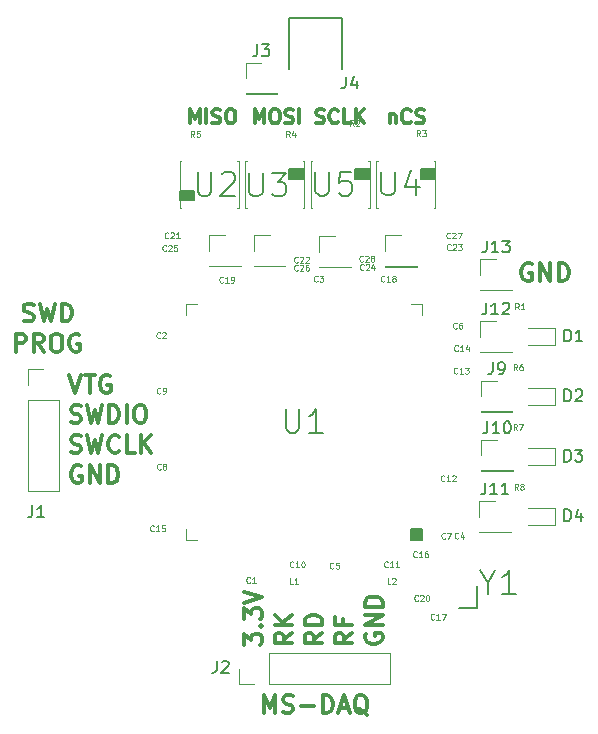
<source format=gbr>
G04 #@! TF.GenerationSoftware,KiCad,Pcbnew,(5.0.1)-3*
G04 #@! TF.CreationDate,2019-01-05T18:42:13-08:00*
G04 #@! TF.ProjectId,EScope-MSDAQ-2-INTANDAQ,4553636F70652D4D534441512D322D49,rev?*
G04 #@! TF.SameCoordinates,Original*
G04 #@! TF.FileFunction,Legend,Top*
G04 #@! TF.FilePolarity,Positive*
%FSLAX46Y46*%
G04 Gerber Fmt 4.6, Leading zero omitted, Abs format (unit mm)*
G04 Created by KiCad (PCBNEW (5.0.1)-3) date 1/5/2019 6:42:13 PM*
%MOMM*%
%LPD*%
G01*
G04 APERTURE LIST*
%ADD10C,0.300000*%
%ADD11C,0.120000*%
%ADD12C,0.150000*%
%ADD13C,0.100000*%
%ADD14C,0.050000*%
%ADD15C,0.200000*%
G04 APERTURE END LIST*
D10*
X162585542Y-89902600D02*
X162442685Y-89831171D01*
X162228400Y-89831171D01*
X162014114Y-89902600D01*
X161871257Y-90045457D01*
X161799828Y-90188314D01*
X161728400Y-90474028D01*
X161728400Y-90688314D01*
X161799828Y-90974028D01*
X161871257Y-91116885D01*
X162014114Y-91259742D01*
X162228400Y-91331171D01*
X162371257Y-91331171D01*
X162585542Y-91259742D01*
X162656971Y-91188314D01*
X162656971Y-90688314D01*
X162371257Y-90688314D01*
X163299828Y-91331171D02*
X163299828Y-89831171D01*
X164156971Y-91331171D01*
X164156971Y-89831171D01*
X164871257Y-91331171D02*
X164871257Y-89831171D01*
X165228400Y-89831171D01*
X165442685Y-89902600D01*
X165585542Y-90045457D01*
X165656971Y-90188314D01*
X165728400Y-90474028D01*
X165728400Y-90688314D01*
X165656971Y-90974028D01*
X165585542Y-91116885D01*
X165442685Y-91259742D01*
X165228400Y-91331171D01*
X164871257Y-91331171D01*
X150565028Y-77187457D02*
X150565028Y-77987457D01*
X150565028Y-77301742D02*
X150622171Y-77244600D01*
X150736457Y-77187457D01*
X150907885Y-77187457D01*
X151022171Y-77244600D01*
X151079314Y-77358885D01*
X151079314Y-77987457D01*
X152336457Y-77873171D02*
X152279314Y-77930314D01*
X152107885Y-77987457D01*
X151993600Y-77987457D01*
X151822171Y-77930314D01*
X151707885Y-77816028D01*
X151650742Y-77701742D01*
X151593600Y-77473171D01*
X151593600Y-77301742D01*
X151650742Y-77073171D01*
X151707885Y-76958885D01*
X151822171Y-76844600D01*
X151993600Y-76787457D01*
X152107885Y-76787457D01*
X152279314Y-76844600D01*
X152336457Y-76901742D01*
X152793600Y-77930314D02*
X152965028Y-77987457D01*
X153250742Y-77987457D01*
X153365028Y-77930314D01*
X153422171Y-77873171D01*
X153479314Y-77758885D01*
X153479314Y-77644600D01*
X153422171Y-77530314D01*
X153365028Y-77473171D01*
X153250742Y-77416028D01*
X153022171Y-77358885D01*
X152907885Y-77301742D01*
X152850742Y-77244600D01*
X152793600Y-77130314D01*
X152793600Y-77016028D01*
X152850742Y-76901742D01*
X152907885Y-76844600D01*
X153022171Y-76787457D01*
X153307885Y-76787457D01*
X153479314Y-76844600D01*
X144326228Y-77930314D02*
X144497657Y-77987457D01*
X144783371Y-77987457D01*
X144897657Y-77930314D01*
X144954800Y-77873171D01*
X145011942Y-77758885D01*
X145011942Y-77644600D01*
X144954800Y-77530314D01*
X144897657Y-77473171D01*
X144783371Y-77416028D01*
X144554800Y-77358885D01*
X144440514Y-77301742D01*
X144383371Y-77244600D01*
X144326228Y-77130314D01*
X144326228Y-77016028D01*
X144383371Y-76901742D01*
X144440514Y-76844600D01*
X144554800Y-76787457D01*
X144840514Y-76787457D01*
X145011942Y-76844600D01*
X146211942Y-77873171D02*
X146154800Y-77930314D01*
X145983371Y-77987457D01*
X145869085Y-77987457D01*
X145697657Y-77930314D01*
X145583371Y-77816028D01*
X145526228Y-77701742D01*
X145469085Y-77473171D01*
X145469085Y-77301742D01*
X145526228Y-77073171D01*
X145583371Y-76958885D01*
X145697657Y-76844600D01*
X145869085Y-76787457D01*
X145983371Y-76787457D01*
X146154800Y-76844600D01*
X146211942Y-76901742D01*
X147297657Y-77987457D02*
X146726228Y-77987457D01*
X146726228Y-76787457D01*
X147697657Y-77987457D02*
X147697657Y-76787457D01*
X148383371Y-77987457D02*
X147869085Y-77301742D01*
X148383371Y-76787457D02*
X147697657Y-77473171D01*
X139135085Y-77987457D02*
X139135085Y-76787457D01*
X139535085Y-77644600D01*
X139935085Y-76787457D01*
X139935085Y-77987457D01*
X140735085Y-76787457D02*
X140963657Y-76787457D01*
X141077942Y-76844600D01*
X141192228Y-76958885D01*
X141249371Y-77187457D01*
X141249371Y-77587457D01*
X141192228Y-77816028D01*
X141077942Y-77930314D01*
X140963657Y-77987457D01*
X140735085Y-77987457D01*
X140620800Y-77930314D01*
X140506514Y-77816028D01*
X140449371Y-77587457D01*
X140449371Y-77187457D01*
X140506514Y-76958885D01*
X140620800Y-76844600D01*
X140735085Y-76787457D01*
X141706514Y-77930314D02*
X141877942Y-77987457D01*
X142163657Y-77987457D01*
X142277942Y-77930314D01*
X142335085Y-77873171D01*
X142392228Y-77758885D01*
X142392228Y-77644600D01*
X142335085Y-77530314D01*
X142277942Y-77473171D01*
X142163657Y-77416028D01*
X141935085Y-77358885D01*
X141820800Y-77301742D01*
X141763657Y-77244600D01*
X141706514Y-77130314D01*
X141706514Y-77016028D01*
X141763657Y-76901742D01*
X141820800Y-76844600D01*
X141935085Y-76787457D01*
X142220800Y-76787457D01*
X142392228Y-76844600D01*
X142906514Y-77987457D02*
X142906514Y-76787457D01*
X133674085Y-77987457D02*
X133674085Y-76787457D01*
X134074085Y-77644600D01*
X134474085Y-76787457D01*
X134474085Y-77987457D01*
X135045514Y-77987457D02*
X135045514Y-76787457D01*
X135559800Y-77930314D02*
X135731228Y-77987457D01*
X136016942Y-77987457D01*
X136131228Y-77930314D01*
X136188371Y-77873171D01*
X136245514Y-77758885D01*
X136245514Y-77644600D01*
X136188371Y-77530314D01*
X136131228Y-77473171D01*
X136016942Y-77416028D01*
X135788371Y-77358885D01*
X135674085Y-77301742D01*
X135616942Y-77244600D01*
X135559800Y-77130314D01*
X135559800Y-77016028D01*
X135616942Y-76901742D01*
X135674085Y-76844600D01*
X135788371Y-76787457D01*
X136074085Y-76787457D01*
X136245514Y-76844600D01*
X136988371Y-76787457D02*
X137216942Y-76787457D01*
X137331228Y-76844600D01*
X137445514Y-76958885D01*
X137502657Y-77187457D01*
X137502657Y-77587457D01*
X137445514Y-77816028D01*
X137331228Y-77930314D01*
X137216942Y-77987457D01*
X136988371Y-77987457D01*
X136874085Y-77930314D01*
X136759800Y-77816028D01*
X136702657Y-77587457D01*
X136702657Y-77187457D01*
X136759800Y-76958885D01*
X136874085Y-76844600D01*
X136988371Y-76787457D01*
X138274371Y-122120314D02*
X138274371Y-121191742D01*
X138845800Y-121691742D01*
X138845800Y-121477457D01*
X138917228Y-121334600D01*
X138988657Y-121263171D01*
X139131514Y-121191742D01*
X139488657Y-121191742D01*
X139631514Y-121263171D01*
X139702942Y-121334600D01*
X139774371Y-121477457D01*
X139774371Y-121906028D01*
X139702942Y-122048885D01*
X139631514Y-122120314D01*
X139631514Y-120548885D02*
X139702942Y-120477457D01*
X139774371Y-120548885D01*
X139702942Y-120620314D01*
X139631514Y-120548885D01*
X139774371Y-120548885D01*
X138274371Y-119977457D02*
X138274371Y-119048885D01*
X138845800Y-119548885D01*
X138845800Y-119334600D01*
X138917228Y-119191742D01*
X138988657Y-119120314D01*
X139131514Y-119048885D01*
X139488657Y-119048885D01*
X139631514Y-119120314D01*
X139702942Y-119191742D01*
X139774371Y-119334600D01*
X139774371Y-119763171D01*
X139702942Y-119906028D01*
X139631514Y-119977457D01*
X138274371Y-118620314D02*
X139774371Y-118120314D01*
X138274371Y-117620314D01*
X142324371Y-121120314D02*
X141610085Y-121620314D01*
X142324371Y-121977457D02*
X140824371Y-121977457D01*
X140824371Y-121406028D01*
X140895800Y-121263171D01*
X140967228Y-121191742D01*
X141110085Y-121120314D01*
X141324371Y-121120314D01*
X141467228Y-121191742D01*
X141538657Y-121263171D01*
X141610085Y-121406028D01*
X141610085Y-121977457D01*
X142324371Y-120477457D02*
X140824371Y-120477457D01*
X142324371Y-119620314D02*
X141467228Y-120263171D01*
X140824371Y-119620314D02*
X141681514Y-120477457D01*
X144874371Y-121120314D02*
X144160085Y-121620314D01*
X144874371Y-121977457D02*
X143374371Y-121977457D01*
X143374371Y-121406028D01*
X143445800Y-121263171D01*
X143517228Y-121191742D01*
X143660085Y-121120314D01*
X143874371Y-121120314D01*
X144017228Y-121191742D01*
X144088657Y-121263171D01*
X144160085Y-121406028D01*
X144160085Y-121977457D01*
X144874371Y-120477457D02*
X143374371Y-120477457D01*
X143374371Y-120120314D01*
X143445800Y-119906028D01*
X143588657Y-119763171D01*
X143731514Y-119691742D01*
X144017228Y-119620314D01*
X144231514Y-119620314D01*
X144517228Y-119691742D01*
X144660085Y-119763171D01*
X144802942Y-119906028D01*
X144874371Y-120120314D01*
X144874371Y-120477457D01*
X147424371Y-121120314D02*
X146710085Y-121620314D01*
X147424371Y-121977457D02*
X145924371Y-121977457D01*
X145924371Y-121406028D01*
X145995800Y-121263171D01*
X146067228Y-121191742D01*
X146210085Y-121120314D01*
X146424371Y-121120314D01*
X146567228Y-121191742D01*
X146638657Y-121263171D01*
X146710085Y-121406028D01*
X146710085Y-121977457D01*
X146638657Y-119977457D02*
X146638657Y-120477457D01*
X147424371Y-120477457D02*
X145924371Y-120477457D01*
X145924371Y-119763171D01*
X148545800Y-121191742D02*
X148474371Y-121334600D01*
X148474371Y-121548885D01*
X148545800Y-121763171D01*
X148688657Y-121906028D01*
X148831514Y-121977457D01*
X149117228Y-122048885D01*
X149331514Y-122048885D01*
X149617228Y-121977457D01*
X149760085Y-121906028D01*
X149902942Y-121763171D01*
X149974371Y-121548885D01*
X149974371Y-121406028D01*
X149902942Y-121191742D01*
X149831514Y-121120314D01*
X149331514Y-121120314D01*
X149331514Y-121406028D01*
X149974371Y-120477457D02*
X148474371Y-120477457D01*
X149974371Y-119620314D01*
X148474371Y-119620314D01*
X149974371Y-118906028D02*
X148474371Y-118906028D01*
X148474371Y-118548885D01*
X148545800Y-118334600D01*
X148688657Y-118191742D01*
X148831514Y-118120314D01*
X149117228Y-118048885D01*
X149331514Y-118048885D01*
X149617228Y-118120314D01*
X149760085Y-118191742D01*
X149902942Y-118334600D01*
X149974371Y-118548885D01*
X149974371Y-118906028D01*
X139899771Y-127907171D02*
X139899771Y-126407171D01*
X140399771Y-127478600D01*
X140899771Y-126407171D01*
X140899771Y-127907171D01*
X141542628Y-127835742D02*
X141756914Y-127907171D01*
X142114057Y-127907171D01*
X142256914Y-127835742D01*
X142328342Y-127764314D01*
X142399771Y-127621457D01*
X142399771Y-127478600D01*
X142328342Y-127335742D01*
X142256914Y-127264314D01*
X142114057Y-127192885D01*
X141828342Y-127121457D01*
X141685485Y-127050028D01*
X141614057Y-126978600D01*
X141542628Y-126835742D01*
X141542628Y-126692885D01*
X141614057Y-126550028D01*
X141685485Y-126478600D01*
X141828342Y-126407171D01*
X142185485Y-126407171D01*
X142399771Y-126478600D01*
X143042628Y-127335742D02*
X144185485Y-127335742D01*
X144899771Y-127907171D02*
X144899771Y-126407171D01*
X145256914Y-126407171D01*
X145471200Y-126478600D01*
X145614057Y-126621457D01*
X145685485Y-126764314D01*
X145756914Y-127050028D01*
X145756914Y-127264314D01*
X145685485Y-127550028D01*
X145614057Y-127692885D01*
X145471200Y-127835742D01*
X145256914Y-127907171D01*
X144899771Y-127907171D01*
X146328342Y-127478600D02*
X147042628Y-127478600D01*
X146185485Y-127907171D02*
X146685485Y-126407171D01*
X147185485Y-127907171D01*
X148685485Y-128050028D02*
X148542628Y-127978600D01*
X148399771Y-127835742D01*
X148185485Y-127621457D01*
X148042628Y-127550028D01*
X147899771Y-127550028D01*
X147971200Y-127907171D02*
X147828342Y-127835742D01*
X147685485Y-127692885D01*
X147614057Y-127407171D01*
X147614057Y-126907171D01*
X147685485Y-126621457D01*
X147828342Y-126478600D01*
X147971200Y-126407171D01*
X148256914Y-126407171D01*
X148399771Y-126478600D01*
X148542628Y-126621457D01*
X148614057Y-126907171D01*
X148614057Y-127407171D01*
X148542628Y-127692885D01*
X148399771Y-127835742D01*
X148256914Y-127907171D01*
X147971200Y-127907171D01*
X119579485Y-94683742D02*
X119793771Y-94755171D01*
X120150914Y-94755171D01*
X120293771Y-94683742D01*
X120365200Y-94612314D01*
X120436628Y-94469457D01*
X120436628Y-94326600D01*
X120365200Y-94183742D01*
X120293771Y-94112314D01*
X120150914Y-94040885D01*
X119865200Y-93969457D01*
X119722342Y-93898028D01*
X119650914Y-93826600D01*
X119579485Y-93683742D01*
X119579485Y-93540885D01*
X119650914Y-93398028D01*
X119722342Y-93326600D01*
X119865200Y-93255171D01*
X120222342Y-93255171D01*
X120436628Y-93326600D01*
X120936628Y-93255171D02*
X121293771Y-94755171D01*
X121579485Y-93683742D01*
X121865200Y-94755171D01*
X122222342Y-93255171D01*
X122793771Y-94755171D02*
X122793771Y-93255171D01*
X123150914Y-93255171D01*
X123365200Y-93326600D01*
X123508057Y-93469457D01*
X123579485Y-93612314D01*
X123650914Y-93898028D01*
X123650914Y-94112314D01*
X123579485Y-94398028D01*
X123508057Y-94540885D01*
X123365200Y-94683742D01*
X123150914Y-94755171D01*
X122793771Y-94755171D01*
X118936628Y-97305171D02*
X118936628Y-95805171D01*
X119508057Y-95805171D01*
X119650914Y-95876600D01*
X119722342Y-95948028D01*
X119793771Y-96090885D01*
X119793771Y-96305171D01*
X119722342Y-96448028D01*
X119650914Y-96519457D01*
X119508057Y-96590885D01*
X118936628Y-96590885D01*
X121293771Y-97305171D02*
X120793771Y-96590885D01*
X120436628Y-97305171D02*
X120436628Y-95805171D01*
X121008057Y-95805171D01*
X121150914Y-95876600D01*
X121222342Y-95948028D01*
X121293771Y-96090885D01*
X121293771Y-96305171D01*
X121222342Y-96448028D01*
X121150914Y-96519457D01*
X121008057Y-96590885D01*
X120436628Y-96590885D01*
X122222342Y-95805171D02*
X122508057Y-95805171D01*
X122650914Y-95876600D01*
X122793771Y-96019457D01*
X122865200Y-96305171D01*
X122865200Y-96805171D01*
X122793771Y-97090885D01*
X122650914Y-97233742D01*
X122508057Y-97305171D01*
X122222342Y-97305171D01*
X122079485Y-97233742D01*
X121936628Y-97090885D01*
X121865200Y-96805171D01*
X121865200Y-96305171D01*
X121936628Y-96019457D01*
X122079485Y-95876600D01*
X122222342Y-95805171D01*
X124293771Y-95876600D02*
X124150914Y-95805171D01*
X123936628Y-95805171D01*
X123722342Y-95876600D01*
X123579485Y-96019457D01*
X123508057Y-96162314D01*
X123436628Y-96448028D01*
X123436628Y-96662314D01*
X123508057Y-96948028D01*
X123579485Y-97090885D01*
X123722342Y-97233742D01*
X123936628Y-97305171D01*
X124079485Y-97305171D01*
X124293771Y-97233742D01*
X124365200Y-97162314D01*
X124365200Y-96662314D01*
X124079485Y-96662314D01*
X123451657Y-99290371D02*
X123951657Y-100790371D01*
X124451657Y-99290371D01*
X124737371Y-99290371D02*
X125594514Y-99290371D01*
X125165942Y-100790371D02*
X125165942Y-99290371D01*
X126880228Y-99361800D02*
X126737371Y-99290371D01*
X126523085Y-99290371D01*
X126308800Y-99361800D01*
X126165942Y-99504657D01*
X126094514Y-99647514D01*
X126023085Y-99933228D01*
X126023085Y-100147514D01*
X126094514Y-100433228D01*
X126165942Y-100576085D01*
X126308800Y-100718942D01*
X126523085Y-100790371D01*
X126665942Y-100790371D01*
X126880228Y-100718942D01*
X126951657Y-100647514D01*
X126951657Y-100147514D01*
X126665942Y-100147514D01*
X123594514Y-103268942D02*
X123808800Y-103340371D01*
X124165942Y-103340371D01*
X124308800Y-103268942D01*
X124380228Y-103197514D01*
X124451657Y-103054657D01*
X124451657Y-102911800D01*
X124380228Y-102768942D01*
X124308800Y-102697514D01*
X124165942Y-102626085D01*
X123880228Y-102554657D01*
X123737371Y-102483228D01*
X123665942Y-102411800D01*
X123594514Y-102268942D01*
X123594514Y-102126085D01*
X123665942Y-101983228D01*
X123737371Y-101911800D01*
X123880228Y-101840371D01*
X124237371Y-101840371D01*
X124451657Y-101911800D01*
X124951657Y-101840371D02*
X125308800Y-103340371D01*
X125594514Y-102268942D01*
X125880228Y-103340371D01*
X126237371Y-101840371D01*
X126808800Y-103340371D02*
X126808800Y-101840371D01*
X127165942Y-101840371D01*
X127380228Y-101911800D01*
X127523085Y-102054657D01*
X127594514Y-102197514D01*
X127665942Y-102483228D01*
X127665942Y-102697514D01*
X127594514Y-102983228D01*
X127523085Y-103126085D01*
X127380228Y-103268942D01*
X127165942Y-103340371D01*
X126808800Y-103340371D01*
X128308800Y-103340371D02*
X128308800Y-101840371D01*
X129308800Y-101840371D02*
X129594514Y-101840371D01*
X129737371Y-101911800D01*
X129880228Y-102054657D01*
X129951657Y-102340371D01*
X129951657Y-102840371D01*
X129880228Y-103126085D01*
X129737371Y-103268942D01*
X129594514Y-103340371D01*
X129308800Y-103340371D01*
X129165942Y-103268942D01*
X129023085Y-103126085D01*
X128951657Y-102840371D01*
X128951657Y-102340371D01*
X129023085Y-102054657D01*
X129165942Y-101911800D01*
X129308800Y-101840371D01*
X123594514Y-105818942D02*
X123808800Y-105890371D01*
X124165942Y-105890371D01*
X124308800Y-105818942D01*
X124380228Y-105747514D01*
X124451657Y-105604657D01*
X124451657Y-105461800D01*
X124380228Y-105318942D01*
X124308800Y-105247514D01*
X124165942Y-105176085D01*
X123880228Y-105104657D01*
X123737371Y-105033228D01*
X123665942Y-104961800D01*
X123594514Y-104818942D01*
X123594514Y-104676085D01*
X123665942Y-104533228D01*
X123737371Y-104461800D01*
X123880228Y-104390371D01*
X124237371Y-104390371D01*
X124451657Y-104461800D01*
X124951657Y-104390371D02*
X125308800Y-105890371D01*
X125594514Y-104818942D01*
X125880228Y-105890371D01*
X126237371Y-104390371D01*
X127665942Y-105747514D02*
X127594514Y-105818942D01*
X127380228Y-105890371D01*
X127237371Y-105890371D01*
X127023085Y-105818942D01*
X126880228Y-105676085D01*
X126808800Y-105533228D01*
X126737371Y-105247514D01*
X126737371Y-105033228D01*
X126808800Y-104747514D01*
X126880228Y-104604657D01*
X127023085Y-104461800D01*
X127237371Y-104390371D01*
X127380228Y-104390371D01*
X127594514Y-104461800D01*
X127665942Y-104533228D01*
X129023085Y-105890371D02*
X128308800Y-105890371D01*
X128308800Y-104390371D01*
X129523085Y-105890371D02*
X129523085Y-104390371D01*
X130380228Y-105890371D02*
X129737371Y-105033228D01*
X130380228Y-104390371D02*
X129523085Y-105247514D01*
X124451657Y-107011800D02*
X124308800Y-106940371D01*
X124094514Y-106940371D01*
X123880228Y-107011800D01*
X123737371Y-107154657D01*
X123665942Y-107297514D01*
X123594514Y-107583228D01*
X123594514Y-107797514D01*
X123665942Y-108083228D01*
X123737371Y-108226085D01*
X123880228Y-108368942D01*
X124094514Y-108440371D01*
X124237371Y-108440371D01*
X124451657Y-108368942D01*
X124523085Y-108297514D01*
X124523085Y-107797514D01*
X124237371Y-107797514D01*
X125165942Y-108440371D02*
X125165942Y-106940371D01*
X126023085Y-108440371D01*
X126023085Y-106940371D01*
X126737371Y-108440371D02*
X126737371Y-106940371D01*
X127094514Y-106940371D01*
X127308800Y-107011800D01*
X127451657Y-107154657D01*
X127523085Y-107297514D01*
X127594514Y-107583228D01*
X127594514Y-107797514D01*
X127523085Y-108083228D01*
X127451657Y-108226085D01*
X127308800Y-108368942D01*
X127094514Y-108440371D01*
X126737371Y-108440371D01*
D11*
G04 #@! TO.C,J13*
X158258200Y-89449600D02*
X159588200Y-89449600D01*
X158258200Y-90779600D02*
X158258200Y-89449600D01*
X158258200Y-92049600D02*
X160918200Y-92049600D01*
X160918200Y-92049600D02*
X160918200Y-92109600D01*
X158258200Y-92049600D02*
X158258200Y-92109600D01*
X158258200Y-92109600D02*
X160918200Y-92109600D01*
G04 #@! TO.C,J12*
X158232800Y-97367400D02*
X160892800Y-97367400D01*
X158232800Y-97307400D02*
X158232800Y-97367400D01*
X160892800Y-97307400D02*
X160892800Y-97367400D01*
X158232800Y-97307400D02*
X160892800Y-97307400D01*
X158232800Y-96037400D02*
X158232800Y-94707400D01*
X158232800Y-94707400D02*
X159562800Y-94707400D01*
G04 #@! TO.C,J10*
X158334400Y-107425800D02*
X160994400Y-107425800D01*
X158334400Y-107365800D02*
X158334400Y-107425800D01*
X160994400Y-107365800D02*
X160994400Y-107425800D01*
X158334400Y-107365800D02*
X160994400Y-107365800D01*
X158334400Y-106095800D02*
X158334400Y-104765800D01*
X158334400Y-104765800D02*
X159664400Y-104765800D01*
G04 #@! TO.C,J9*
X158309000Y-99762000D02*
X159639000Y-99762000D01*
X158309000Y-101092000D02*
X158309000Y-99762000D01*
X158309000Y-102362000D02*
X160969000Y-102362000D01*
X160969000Y-102362000D02*
X160969000Y-102422000D01*
X158309000Y-102362000D02*
X158309000Y-102422000D01*
X158309000Y-102422000D02*
X160969000Y-102422000D01*
G04 #@! TO.C,J11*
X158156600Y-112607400D02*
X160816600Y-112607400D01*
X158156600Y-112547400D02*
X158156600Y-112607400D01*
X160816600Y-112547400D02*
X160816600Y-112607400D01*
X158156600Y-112547400D02*
X160816600Y-112547400D01*
X158156600Y-111277400D02*
X158156600Y-109947400D01*
X158156600Y-109947400D02*
X159486600Y-109947400D01*
G04 #@! TO.C,J8*
X135283900Y-87427760D02*
X136613900Y-87427760D01*
X135283900Y-88757760D02*
X135283900Y-87427760D01*
X135283900Y-90027760D02*
X137943900Y-90027760D01*
X137943900Y-90027760D02*
X137943900Y-90087760D01*
X135283900Y-90027760D02*
X135283900Y-90087760D01*
X135283900Y-90087760D02*
X137943900Y-90087760D01*
G04 #@! TO.C,J7*
X144631100Y-90161420D02*
X147291100Y-90161420D01*
X144631100Y-90101420D02*
X144631100Y-90161420D01*
X147291100Y-90101420D02*
X147291100Y-90161420D01*
X144631100Y-90101420D02*
X147291100Y-90101420D01*
X144631100Y-88831420D02*
X144631100Y-87501420D01*
X144631100Y-87501420D02*
X145961100Y-87501420D01*
G04 #@! TO.C,J6*
X150191160Y-87443000D02*
X151521160Y-87443000D01*
X150191160Y-88773000D02*
X150191160Y-87443000D01*
X150191160Y-90043000D02*
X152851160Y-90043000D01*
X152851160Y-90043000D02*
X152851160Y-90103000D01*
X150191160Y-90043000D02*
X150191160Y-90103000D01*
X150191160Y-90103000D02*
X152851160Y-90103000D01*
G04 #@! TO.C,J5*
X139086280Y-90075060D02*
X141746280Y-90075060D01*
X139086280Y-90015060D02*
X139086280Y-90075060D01*
X141746280Y-90015060D02*
X141746280Y-90075060D01*
X139086280Y-90015060D02*
X141746280Y-90015060D01*
X139086280Y-88745060D02*
X139086280Y-87415060D01*
X139086280Y-87415060D02*
X140416280Y-87415060D01*
G04 #@! TO.C,D2*
X162252000Y-101827000D02*
X164537000Y-101827000D01*
X164537000Y-101827000D02*
X164537000Y-100357000D01*
X164537000Y-100357000D02*
X162252000Y-100357000D01*
G04 #@! TO.C,D3*
X164537000Y-105437000D02*
X162252000Y-105437000D01*
X164537000Y-106907000D02*
X164537000Y-105437000D01*
X162252000Y-106907000D02*
X164537000Y-106907000D01*
G04 #@! TO.C,D4*
X162252000Y-111987000D02*
X164537000Y-111987000D01*
X164537000Y-111987000D02*
X164537000Y-110517000D01*
X164537000Y-110517000D02*
X162252000Y-110517000D01*
D12*
G04 #@! TO.C,J4*
X146522400Y-69084800D02*
X142072400Y-69084800D01*
X142047400Y-69084800D02*
X142047400Y-73404800D01*
X146522400Y-69084800D02*
X146522400Y-73404800D01*
D11*
G04 #@! TO.C,J3*
X138370000Y-75498000D02*
X141030000Y-75498000D01*
X138370000Y-75438000D02*
X138370000Y-75498000D01*
X141030000Y-75438000D02*
X141030000Y-75498000D01*
X138370000Y-75438000D02*
X141030000Y-75438000D01*
X138370000Y-74168000D02*
X138370000Y-72838000D01*
X138370000Y-72838000D02*
X139700000Y-72838000D01*
G04 #@! TO.C,J1*
X119918201Y-109098401D02*
X122578201Y-109098401D01*
X119918201Y-101418401D02*
X119918201Y-109098401D01*
X122578201Y-101418401D02*
X122578201Y-109098401D01*
X119918201Y-101418401D02*
X122578201Y-101418401D01*
X119918201Y-100148401D02*
X119918201Y-98818401D01*
X119918201Y-98818401D02*
X121248201Y-98818401D01*
G04 #@! TO.C,J2*
X150605800Y-125485200D02*
X150605800Y-122825200D01*
X140385800Y-125485200D02*
X150605800Y-125485200D01*
X140385800Y-122825200D02*
X150605800Y-122825200D01*
X140385800Y-125485200D02*
X140385800Y-122825200D01*
X139115800Y-125485200D02*
X137785800Y-125485200D01*
X137785800Y-125485200D02*
X137785800Y-124155200D01*
D12*
G04 #@! TO.C,Y1*
X156438600Y-118999000D02*
X157937200Y-118999000D01*
X157937200Y-118999000D02*
X157937200Y-117170200D01*
D11*
G04 #@! TO.C,D1*
X162252000Y-96747000D02*
X164537000Y-96747000D01*
X164537000Y-96747000D02*
X164537000Y-95277000D01*
X164537000Y-95277000D02*
X162252000Y-95277000D01*
G04 #@! TO.C,U1*
X153306800Y-112331000D02*
X153306800Y-113251000D01*
X153306800Y-113251000D02*
X152386800Y-113251000D01*
X153306800Y-94171000D02*
X153306800Y-93251000D01*
X153306800Y-93251000D02*
X152386800Y-93251000D01*
X133306800Y-94171000D02*
X133306800Y-93251000D01*
X133306800Y-93251000D02*
X134226800Y-93251000D01*
X133306800Y-112331000D02*
X133306800Y-113251000D01*
X133306800Y-113251000D02*
X134226800Y-113251000D01*
D12*
G36*
X153289000Y-113233200D02*
X152400000Y-113233200D01*
X152400000Y-112318800D01*
X153289000Y-112318800D01*
X153289000Y-113233200D01*
G37*
X153289000Y-113233200D02*
X152400000Y-113233200D01*
X152400000Y-112318800D01*
X153289000Y-112318800D01*
X153289000Y-113233200D01*
G04 #@! TO.C,U5*
G36*
X148877866Y-81864200D02*
X147633266Y-81864200D01*
X147633266Y-82702400D01*
X148877866Y-82702400D01*
X148877866Y-81864200D01*
G37*
X148877866Y-81864200D02*
X147633266Y-81864200D01*
X147633266Y-82702400D01*
X148877866Y-82702400D01*
X148877866Y-81864200D01*
D13*
X148888666Y-85185000D02*
X148763666Y-85185000D01*
X148888666Y-81185000D02*
X148888666Y-85185000D01*
X148763666Y-81185000D02*
X148888666Y-81185000D01*
X143888666Y-85185000D02*
X144013666Y-85185000D01*
X143888666Y-81185000D02*
X143888666Y-85185000D01*
X144013666Y-81185000D02*
X143888666Y-81185000D01*
G04 #@! TO.C,U4*
X149567800Y-81185000D02*
X149442800Y-81185000D01*
X149442800Y-81185000D02*
X149442800Y-85185000D01*
X149442800Y-85185000D02*
X149567800Y-85185000D01*
X154317800Y-81185000D02*
X154442800Y-81185000D01*
X154442800Y-81185000D02*
X154442800Y-85185000D01*
X154442800Y-85185000D02*
X154317800Y-85185000D01*
D12*
G36*
X154432000Y-81864200D02*
X153187400Y-81864200D01*
X153187400Y-82702400D01*
X154432000Y-82702400D01*
X154432000Y-81864200D01*
G37*
X154432000Y-81864200D02*
X153187400Y-81864200D01*
X153187400Y-82702400D01*
X154432000Y-82702400D01*
X154432000Y-81864200D01*
G04 #@! TO.C,U3*
G36*
X143323733Y-81864200D02*
X142079133Y-81864200D01*
X142079133Y-82702400D01*
X143323733Y-82702400D01*
X143323733Y-81864200D01*
G37*
X143323733Y-81864200D02*
X142079133Y-81864200D01*
X142079133Y-82702400D01*
X143323733Y-82702400D01*
X143323733Y-81864200D01*
D13*
X143334533Y-85185000D02*
X143209533Y-85185000D01*
X143334533Y-81185000D02*
X143334533Y-85185000D01*
X143209533Y-81185000D02*
X143334533Y-81185000D01*
X138334533Y-85185000D02*
X138459533Y-85185000D01*
X138334533Y-81185000D02*
X138334533Y-85185000D01*
X138459533Y-81185000D02*
X138334533Y-81185000D01*
G04 #@! TO.C,U2*
X137655400Y-85185000D02*
X137780400Y-85185000D01*
X137780400Y-85185000D02*
X137780400Y-81185000D01*
X137780400Y-81185000D02*
X137655400Y-81185000D01*
X132905400Y-85185000D02*
X132780400Y-85185000D01*
X132780400Y-85185000D02*
X132780400Y-81185000D01*
X132780400Y-81185000D02*
X132905400Y-81185000D01*
D12*
G36*
X132791200Y-84505800D02*
X134035800Y-84505800D01*
X134035800Y-83667600D01*
X132791200Y-83667600D01*
X132791200Y-84505800D01*
G37*
X132791200Y-84505800D02*
X134035800Y-84505800D01*
X134035800Y-83667600D01*
X132791200Y-83667600D01*
X132791200Y-84505800D01*
G04 #@! TO.C,J13*
X158778676Y-87901980D02*
X158778676Y-88616266D01*
X158731057Y-88759123D01*
X158635819Y-88854361D01*
X158492961Y-88901980D01*
X158397723Y-88901980D01*
X159778676Y-88901980D02*
X159207247Y-88901980D01*
X159492961Y-88901980D02*
X159492961Y-87901980D01*
X159397723Y-88044838D01*
X159302485Y-88140076D01*
X159207247Y-88187695D01*
X160112009Y-87901980D02*
X160731057Y-87901980D01*
X160397723Y-88282933D01*
X160540580Y-88282933D01*
X160635819Y-88330552D01*
X160683438Y-88378171D01*
X160731057Y-88473409D01*
X160731057Y-88711504D01*
X160683438Y-88806742D01*
X160635819Y-88854361D01*
X160540580Y-88901980D01*
X160254866Y-88901980D01*
X160159628Y-88854361D01*
X160112009Y-88806742D01*
G04 #@! TO.C,J12*
X158753276Y-93159780D02*
X158753276Y-93874066D01*
X158705657Y-94016923D01*
X158610419Y-94112161D01*
X158467561Y-94159780D01*
X158372323Y-94159780D01*
X159753276Y-94159780D02*
X159181847Y-94159780D01*
X159467561Y-94159780D02*
X159467561Y-93159780D01*
X159372323Y-93302638D01*
X159277085Y-93397876D01*
X159181847Y-93445495D01*
X160134228Y-93255019D02*
X160181847Y-93207400D01*
X160277085Y-93159780D01*
X160515180Y-93159780D01*
X160610419Y-93207400D01*
X160658038Y-93255019D01*
X160705657Y-93350257D01*
X160705657Y-93445495D01*
X160658038Y-93588352D01*
X160086609Y-94159780D01*
X160705657Y-94159780D01*
G04 #@! TO.C,J10*
X158854876Y-103218180D02*
X158854876Y-103932466D01*
X158807257Y-104075323D01*
X158712019Y-104170561D01*
X158569161Y-104218180D01*
X158473923Y-104218180D01*
X159854876Y-104218180D02*
X159283447Y-104218180D01*
X159569161Y-104218180D02*
X159569161Y-103218180D01*
X159473923Y-103361038D01*
X159378685Y-103456276D01*
X159283447Y-103503895D01*
X160473923Y-103218180D02*
X160569161Y-103218180D01*
X160664400Y-103265800D01*
X160712019Y-103313419D01*
X160759638Y-103408657D01*
X160807257Y-103599133D01*
X160807257Y-103837228D01*
X160759638Y-104027704D01*
X160712019Y-104122942D01*
X160664400Y-104170561D01*
X160569161Y-104218180D01*
X160473923Y-104218180D01*
X160378685Y-104170561D01*
X160331066Y-104122942D01*
X160283447Y-104027704D01*
X160235828Y-103837228D01*
X160235828Y-103599133D01*
X160283447Y-103408657D01*
X160331066Y-103313419D01*
X160378685Y-103265800D01*
X160473923Y-103218180D01*
G04 #@! TO.C,J9*
X159305666Y-98214380D02*
X159305666Y-98928666D01*
X159258047Y-99071523D01*
X159162809Y-99166761D01*
X159019952Y-99214380D01*
X158924714Y-99214380D01*
X159829476Y-99214380D02*
X160019952Y-99214380D01*
X160115190Y-99166761D01*
X160162809Y-99119142D01*
X160258047Y-98976285D01*
X160305666Y-98785809D01*
X160305666Y-98404857D01*
X160258047Y-98309619D01*
X160210428Y-98262000D01*
X160115190Y-98214380D01*
X159924714Y-98214380D01*
X159829476Y-98262000D01*
X159781857Y-98309619D01*
X159734238Y-98404857D01*
X159734238Y-98642952D01*
X159781857Y-98738190D01*
X159829476Y-98785809D01*
X159924714Y-98833428D01*
X160115190Y-98833428D01*
X160210428Y-98785809D01*
X160258047Y-98738190D01*
X160305666Y-98642952D01*
G04 #@! TO.C,J11*
X158677076Y-108399780D02*
X158677076Y-109114066D01*
X158629457Y-109256923D01*
X158534219Y-109352161D01*
X158391361Y-109399780D01*
X158296123Y-109399780D01*
X159677076Y-109399780D02*
X159105647Y-109399780D01*
X159391361Y-109399780D02*
X159391361Y-108399780D01*
X159296123Y-108542638D01*
X159200885Y-108637876D01*
X159105647Y-108685495D01*
X160629457Y-109399780D02*
X160058028Y-109399780D01*
X160343742Y-109399780D02*
X160343742Y-108399780D01*
X160248504Y-108542638D01*
X160153266Y-108637876D01*
X160058028Y-108685495D01*
G04 #@! TO.C,R6*
D14*
X161373546Y-98874710D02*
X161206880Y-98636615D01*
X161087832Y-98874710D02*
X161087832Y-98374710D01*
X161278308Y-98374710D01*
X161325927Y-98398520D01*
X161349737Y-98422329D01*
X161373546Y-98469948D01*
X161373546Y-98541377D01*
X161349737Y-98588996D01*
X161325927Y-98612805D01*
X161278308Y-98636615D01*
X161087832Y-98636615D01*
X161802118Y-98374710D02*
X161706880Y-98374710D01*
X161659260Y-98398520D01*
X161635451Y-98422329D01*
X161587832Y-98493758D01*
X161564022Y-98588996D01*
X161564022Y-98779472D01*
X161587832Y-98827091D01*
X161611641Y-98850900D01*
X161659260Y-98874710D01*
X161754499Y-98874710D01*
X161802118Y-98850900D01*
X161825927Y-98827091D01*
X161849737Y-98779472D01*
X161849737Y-98660424D01*
X161825927Y-98612805D01*
X161802118Y-98588996D01*
X161754499Y-98565186D01*
X161659260Y-98565186D01*
X161611641Y-98588996D01*
X161587832Y-98612805D01*
X161564022Y-98660424D01*
G04 #@! TO.C,R7*
X161354265Y-103931009D02*
X161187599Y-103692914D01*
X161068551Y-103931009D02*
X161068551Y-103431009D01*
X161259027Y-103431009D01*
X161306646Y-103454819D01*
X161330456Y-103478628D01*
X161354265Y-103526247D01*
X161354265Y-103597676D01*
X161330456Y-103645295D01*
X161306646Y-103669104D01*
X161259027Y-103692914D01*
X161068551Y-103692914D01*
X161520932Y-103431009D02*
X161854265Y-103431009D01*
X161639979Y-103931009D01*
G04 #@! TO.C,R8*
X161435545Y-109000589D02*
X161268879Y-108762494D01*
X161149831Y-109000589D02*
X161149831Y-108500589D01*
X161340307Y-108500589D01*
X161387926Y-108524399D01*
X161411736Y-108548208D01*
X161435545Y-108595827D01*
X161435545Y-108667256D01*
X161411736Y-108714875D01*
X161387926Y-108738684D01*
X161340307Y-108762494D01*
X161149831Y-108762494D01*
X161721259Y-108714875D02*
X161673640Y-108691065D01*
X161649831Y-108667256D01*
X161626021Y-108619637D01*
X161626021Y-108595827D01*
X161649831Y-108548208D01*
X161673640Y-108524399D01*
X161721259Y-108500589D01*
X161816498Y-108500589D01*
X161864117Y-108524399D01*
X161887926Y-108548208D01*
X161911736Y-108595827D01*
X161911736Y-108619637D01*
X161887926Y-108667256D01*
X161864117Y-108691065D01*
X161816498Y-108714875D01*
X161721259Y-108714875D01*
X161673640Y-108738684D01*
X161649831Y-108762494D01*
X161626021Y-108810113D01*
X161626021Y-108905351D01*
X161649831Y-108952970D01*
X161673640Y-108976779D01*
X161721259Y-109000589D01*
X161816498Y-109000589D01*
X161864117Y-108976779D01*
X161887926Y-108952970D01*
X161911736Y-108905351D01*
X161911736Y-108810113D01*
X161887926Y-108762494D01*
X161864117Y-108738684D01*
X161816498Y-108714875D01*
G04 #@! TO.C,D2*
D12*
X165361904Y-101508801D02*
X165361904Y-100508801D01*
X165600000Y-100508801D01*
X165742857Y-100556421D01*
X165838095Y-100651659D01*
X165885714Y-100746897D01*
X165933333Y-100937373D01*
X165933333Y-101080230D01*
X165885714Y-101270706D01*
X165838095Y-101365944D01*
X165742857Y-101461182D01*
X165600000Y-101508801D01*
X165361904Y-101508801D01*
X166314285Y-100604040D02*
X166361904Y-100556421D01*
X166457142Y-100508801D01*
X166695238Y-100508801D01*
X166790476Y-100556421D01*
X166838095Y-100604040D01*
X166885714Y-100699278D01*
X166885714Y-100794516D01*
X166838095Y-100937373D01*
X166266666Y-101508801D01*
X166885714Y-101508801D01*
G04 #@! TO.C,D3*
X165361904Y-106609140D02*
X165361904Y-105609140D01*
X165600000Y-105609140D01*
X165742857Y-105656760D01*
X165838095Y-105751998D01*
X165885714Y-105847236D01*
X165933333Y-106037712D01*
X165933333Y-106180569D01*
X165885714Y-106371045D01*
X165838095Y-106466283D01*
X165742857Y-106561521D01*
X165600000Y-106609140D01*
X165361904Y-106609140D01*
X166266666Y-105609140D02*
X166885714Y-105609140D01*
X166552380Y-105990093D01*
X166695238Y-105990093D01*
X166790476Y-106037712D01*
X166838095Y-106085331D01*
X166885714Y-106180569D01*
X166885714Y-106418664D01*
X166838095Y-106513902D01*
X166790476Y-106561521D01*
X166695238Y-106609140D01*
X166409523Y-106609140D01*
X166314285Y-106561521D01*
X166266666Y-106513902D01*
G04 #@! TO.C,D4*
X165361904Y-111653561D02*
X165361904Y-110653561D01*
X165600000Y-110653561D01*
X165742857Y-110701181D01*
X165838095Y-110796419D01*
X165885714Y-110891657D01*
X165933333Y-111082133D01*
X165933333Y-111224990D01*
X165885714Y-111415466D01*
X165838095Y-111510704D01*
X165742857Y-111605942D01*
X165600000Y-111653561D01*
X165361904Y-111653561D01*
X166790476Y-110986895D02*
X166790476Y-111653561D01*
X166552380Y-110605942D02*
X166314285Y-111320228D01*
X166933333Y-111320228D01*
G04 #@! TO.C,J4*
X146859666Y-74026780D02*
X146859666Y-74741066D01*
X146812047Y-74883923D01*
X146716809Y-74979161D01*
X146573952Y-75026780D01*
X146478714Y-75026780D01*
X147764428Y-74360114D02*
X147764428Y-75026780D01*
X147526333Y-73979161D02*
X147288238Y-74693447D01*
X147907285Y-74693447D01*
G04 #@! TO.C,R2*
D14*
X147541466Y-78198991D02*
X147374800Y-77960896D01*
X147255752Y-78198991D02*
X147255752Y-77698991D01*
X147446228Y-77698991D01*
X147493847Y-77722801D01*
X147517657Y-77746610D01*
X147541466Y-77794229D01*
X147541466Y-77865658D01*
X147517657Y-77913277D01*
X147493847Y-77937086D01*
X147446228Y-77960896D01*
X147255752Y-77960896D01*
X147731942Y-77746610D02*
X147755752Y-77722801D01*
X147803371Y-77698991D01*
X147922419Y-77698991D01*
X147970038Y-77722801D01*
X147993847Y-77746610D01*
X148017657Y-77794229D01*
X148017657Y-77841848D01*
X147993847Y-77913277D01*
X147708133Y-78198991D01*
X148017657Y-78198991D01*
G04 #@! TO.C,R3*
X153154866Y-79067790D02*
X152988200Y-78829695D01*
X152869152Y-79067790D02*
X152869152Y-78567790D01*
X153059628Y-78567790D01*
X153107247Y-78591600D01*
X153131057Y-78615409D01*
X153154866Y-78663028D01*
X153154866Y-78734457D01*
X153131057Y-78782076D01*
X153107247Y-78805885D01*
X153059628Y-78829695D01*
X152869152Y-78829695D01*
X153321533Y-78567790D02*
X153631057Y-78567790D01*
X153464390Y-78758266D01*
X153535819Y-78758266D01*
X153583438Y-78782076D01*
X153607247Y-78805885D01*
X153631057Y-78853504D01*
X153631057Y-78972552D01*
X153607247Y-79020171D01*
X153583438Y-79043980D01*
X153535819Y-79067790D01*
X153392961Y-79067790D01*
X153345342Y-79043980D01*
X153321533Y-79020171D01*
G04 #@! TO.C,R4*
X142105866Y-79143990D02*
X141939200Y-78905895D01*
X141820152Y-79143990D02*
X141820152Y-78643990D01*
X142010628Y-78643990D01*
X142058247Y-78667800D01*
X142082057Y-78691609D01*
X142105866Y-78739228D01*
X142105866Y-78810657D01*
X142082057Y-78858276D01*
X142058247Y-78882085D01*
X142010628Y-78905895D01*
X141820152Y-78905895D01*
X142534438Y-78810657D02*
X142534438Y-79143990D01*
X142415390Y-78620180D02*
X142296342Y-78977323D01*
X142605866Y-78977323D01*
G04 #@! TO.C,R5*
X134028666Y-79118590D02*
X133862000Y-78880495D01*
X133742952Y-79118590D02*
X133742952Y-78618590D01*
X133933428Y-78618590D01*
X133981047Y-78642400D01*
X134004857Y-78666209D01*
X134028666Y-78713828D01*
X134028666Y-78785257D01*
X134004857Y-78832876D01*
X133981047Y-78856685D01*
X133933428Y-78880495D01*
X133742952Y-78880495D01*
X134481047Y-78618590D02*
X134242952Y-78618590D01*
X134219142Y-78856685D01*
X134242952Y-78832876D01*
X134290571Y-78809066D01*
X134409619Y-78809066D01*
X134457238Y-78832876D01*
X134481047Y-78856685D01*
X134504857Y-78904304D01*
X134504857Y-79023352D01*
X134481047Y-79070971D01*
X134457238Y-79094780D01*
X134409619Y-79118590D01*
X134290571Y-79118590D01*
X134242952Y-79094780D01*
X134219142Y-79070971D01*
G04 #@! TO.C,J3*
D12*
X139366666Y-71290380D02*
X139366666Y-72004666D01*
X139319047Y-72147523D01*
X139223809Y-72242761D01*
X139080952Y-72290380D01*
X138985714Y-72290380D01*
X139747619Y-71290380D02*
X140366666Y-71290380D01*
X140033333Y-71671333D01*
X140176190Y-71671333D01*
X140271428Y-71718952D01*
X140319047Y-71766571D01*
X140366666Y-71861809D01*
X140366666Y-72099904D01*
X140319047Y-72195142D01*
X140271428Y-72242761D01*
X140176190Y-72290380D01*
X139890476Y-72290380D01*
X139795238Y-72242761D01*
X139747619Y-72195142D01*
G04 #@! TO.C,J1*
X120316666Y-110323380D02*
X120316666Y-111037666D01*
X120269047Y-111180523D01*
X120173809Y-111275761D01*
X120030952Y-111323380D01*
X119935714Y-111323380D01*
X121316666Y-111323380D02*
X120745238Y-111323380D01*
X121030952Y-111323380D02*
X121030952Y-110323380D01*
X120935714Y-110466238D01*
X120840476Y-110561476D01*
X120745238Y-110609095D01*
G04 #@! TO.C,J2*
X135937666Y-123505980D02*
X135937666Y-124220266D01*
X135890047Y-124363123D01*
X135794809Y-124458361D01*
X135651952Y-124505980D01*
X135556714Y-124505980D01*
X136366238Y-123601219D02*
X136413857Y-123553600D01*
X136509095Y-123505980D01*
X136747190Y-123505980D01*
X136842428Y-123553600D01*
X136890047Y-123601219D01*
X136937666Y-123696457D01*
X136937666Y-123791695D01*
X136890047Y-123934552D01*
X136318619Y-124505980D01*
X136937666Y-124505980D01*
G04 #@! TO.C,C6*
D14*
X156253666Y-95301571D02*
X156229857Y-95325380D01*
X156158428Y-95349190D01*
X156110809Y-95349190D01*
X156039380Y-95325380D01*
X155991761Y-95277761D01*
X155967952Y-95230142D01*
X155944142Y-95134904D01*
X155944142Y-95063476D01*
X155967952Y-94968238D01*
X155991761Y-94920619D01*
X156039380Y-94873000D01*
X156110809Y-94849190D01*
X156158428Y-94849190D01*
X156229857Y-94873000D01*
X156253666Y-94896809D01*
X156682238Y-94849190D02*
X156587000Y-94849190D01*
X156539380Y-94873000D01*
X156515571Y-94896809D01*
X156467952Y-94968238D01*
X156444142Y-95063476D01*
X156444142Y-95253952D01*
X156467952Y-95301571D01*
X156491761Y-95325380D01*
X156539380Y-95349190D01*
X156634619Y-95349190D01*
X156682238Y-95325380D01*
X156706047Y-95301571D01*
X156729857Y-95253952D01*
X156729857Y-95134904D01*
X156706047Y-95087285D01*
X156682238Y-95063476D01*
X156634619Y-95039666D01*
X156539380Y-95039666D01*
X156491761Y-95063476D01*
X156467952Y-95087285D01*
X156444142Y-95134904D01*
G04 #@! TO.C,C19*
X136457571Y-91415371D02*
X136433761Y-91439180D01*
X136362333Y-91462990D01*
X136314714Y-91462990D01*
X136243285Y-91439180D01*
X136195666Y-91391561D01*
X136171857Y-91343942D01*
X136148047Y-91248704D01*
X136148047Y-91177276D01*
X136171857Y-91082038D01*
X136195666Y-91034419D01*
X136243285Y-90986800D01*
X136314714Y-90962990D01*
X136362333Y-90962990D01*
X136433761Y-90986800D01*
X136457571Y-91010609D01*
X136933761Y-91462990D02*
X136648047Y-91462990D01*
X136790904Y-91462990D02*
X136790904Y-90962990D01*
X136743285Y-91034419D01*
X136695666Y-91082038D01*
X136648047Y-91105847D01*
X137171857Y-91462990D02*
X137267095Y-91462990D01*
X137314714Y-91439180D01*
X137338523Y-91415371D01*
X137386142Y-91343942D01*
X137409952Y-91248704D01*
X137409952Y-91058228D01*
X137386142Y-91010609D01*
X137362333Y-90986800D01*
X137314714Y-90962990D01*
X137219476Y-90962990D01*
X137171857Y-90986800D01*
X137148047Y-91010609D01*
X137124238Y-91058228D01*
X137124238Y-91177276D01*
X137148047Y-91224895D01*
X137171857Y-91248704D01*
X137219476Y-91272514D01*
X137314714Y-91272514D01*
X137362333Y-91248704D01*
X137386142Y-91224895D01*
X137409952Y-91177276D01*
G04 #@! TO.C,C7*
X155263066Y-113106971D02*
X155239257Y-113130780D01*
X155167828Y-113154590D01*
X155120209Y-113154590D01*
X155048780Y-113130780D01*
X155001161Y-113083161D01*
X154977352Y-113035542D01*
X154953542Y-112940304D01*
X154953542Y-112868876D01*
X154977352Y-112773638D01*
X155001161Y-112726019D01*
X155048780Y-112678400D01*
X155120209Y-112654590D01*
X155167828Y-112654590D01*
X155239257Y-112678400D01*
X155263066Y-112702209D01*
X155429733Y-112654590D02*
X155763066Y-112654590D01*
X155548780Y-113154590D01*
G04 #@! TO.C,C8*
X131183866Y-107239571D02*
X131160057Y-107263380D01*
X131088628Y-107287190D01*
X131041009Y-107287190D01*
X130969580Y-107263380D01*
X130921961Y-107215761D01*
X130898152Y-107168142D01*
X130874342Y-107072904D01*
X130874342Y-107001476D01*
X130898152Y-106906238D01*
X130921961Y-106858619D01*
X130969580Y-106811000D01*
X131041009Y-106787190D01*
X131088628Y-106787190D01*
X131160057Y-106811000D01*
X131183866Y-106834809D01*
X131469580Y-107001476D02*
X131421961Y-106977666D01*
X131398152Y-106953857D01*
X131374342Y-106906238D01*
X131374342Y-106882428D01*
X131398152Y-106834809D01*
X131421961Y-106811000D01*
X131469580Y-106787190D01*
X131564819Y-106787190D01*
X131612438Y-106811000D01*
X131636247Y-106834809D01*
X131660057Y-106882428D01*
X131660057Y-106906238D01*
X131636247Y-106953857D01*
X131612438Y-106977666D01*
X131564819Y-107001476D01*
X131469580Y-107001476D01*
X131421961Y-107025285D01*
X131398152Y-107049095D01*
X131374342Y-107096714D01*
X131374342Y-107191952D01*
X131398152Y-107239571D01*
X131421961Y-107263380D01*
X131469580Y-107287190D01*
X131564819Y-107287190D01*
X131612438Y-107263380D01*
X131636247Y-107239571D01*
X131660057Y-107191952D01*
X131660057Y-107096714D01*
X131636247Y-107049095D01*
X131612438Y-107025285D01*
X131564819Y-107001476D01*
G04 #@! TO.C,C9*
X131158466Y-100813371D02*
X131134657Y-100837180D01*
X131063228Y-100860990D01*
X131015609Y-100860990D01*
X130944180Y-100837180D01*
X130896561Y-100789561D01*
X130872752Y-100741942D01*
X130848942Y-100646704D01*
X130848942Y-100575276D01*
X130872752Y-100480038D01*
X130896561Y-100432419D01*
X130944180Y-100384800D01*
X131015609Y-100360990D01*
X131063228Y-100360990D01*
X131134657Y-100384800D01*
X131158466Y-100408609D01*
X131396561Y-100860990D02*
X131491800Y-100860990D01*
X131539419Y-100837180D01*
X131563228Y-100813371D01*
X131610847Y-100741942D01*
X131634657Y-100646704D01*
X131634657Y-100456228D01*
X131610847Y-100408609D01*
X131587038Y-100384800D01*
X131539419Y-100360990D01*
X131444180Y-100360990D01*
X131396561Y-100384800D01*
X131372752Y-100408609D01*
X131348942Y-100456228D01*
X131348942Y-100575276D01*
X131372752Y-100622895D01*
X131396561Y-100646704D01*
X131444180Y-100670514D01*
X131539419Y-100670514D01*
X131587038Y-100646704D01*
X131610847Y-100622895D01*
X131634657Y-100575276D01*
G04 #@! TO.C,C10*
X142426571Y-115519971D02*
X142402761Y-115543780D01*
X142331333Y-115567590D01*
X142283714Y-115567590D01*
X142212285Y-115543780D01*
X142164666Y-115496161D01*
X142140857Y-115448542D01*
X142117047Y-115353304D01*
X142117047Y-115281876D01*
X142140857Y-115186638D01*
X142164666Y-115139019D01*
X142212285Y-115091400D01*
X142283714Y-115067590D01*
X142331333Y-115067590D01*
X142402761Y-115091400D01*
X142426571Y-115115209D01*
X142902761Y-115567590D02*
X142617047Y-115567590D01*
X142759904Y-115567590D02*
X142759904Y-115067590D01*
X142712285Y-115139019D01*
X142664666Y-115186638D01*
X142617047Y-115210447D01*
X143212285Y-115067590D02*
X143259904Y-115067590D01*
X143307523Y-115091400D01*
X143331333Y-115115209D01*
X143355142Y-115162828D01*
X143378952Y-115258066D01*
X143378952Y-115377114D01*
X143355142Y-115472352D01*
X143331333Y-115519971D01*
X143307523Y-115543780D01*
X143259904Y-115567590D01*
X143212285Y-115567590D01*
X143164666Y-115543780D01*
X143140857Y-115519971D01*
X143117047Y-115472352D01*
X143093238Y-115377114D01*
X143093238Y-115258066D01*
X143117047Y-115162828D01*
X143140857Y-115115209D01*
X143164666Y-115091400D01*
X143212285Y-115067590D01*
G04 #@! TO.C,C1*
X138739866Y-116840771D02*
X138716057Y-116864580D01*
X138644628Y-116888390D01*
X138597009Y-116888390D01*
X138525580Y-116864580D01*
X138477961Y-116816961D01*
X138454152Y-116769342D01*
X138430342Y-116674104D01*
X138430342Y-116602676D01*
X138454152Y-116507438D01*
X138477961Y-116459819D01*
X138525580Y-116412200D01*
X138597009Y-116388390D01*
X138644628Y-116388390D01*
X138716057Y-116412200D01*
X138739866Y-116436009D01*
X139216057Y-116888390D02*
X138930342Y-116888390D01*
X139073200Y-116888390D02*
X139073200Y-116388390D01*
X139025580Y-116459819D01*
X138977961Y-116507438D01*
X138930342Y-116531247D01*
G04 #@! TO.C,C12*
X155202771Y-108230171D02*
X155178961Y-108253980D01*
X155107533Y-108277790D01*
X155059914Y-108277790D01*
X154988485Y-108253980D01*
X154940866Y-108206361D01*
X154917057Y-108158742D01*
X154893247Y-108063504D01*
X154893247Y-107992076D01*
X154917057Y-107896838D01*
X154940866Y-107849219D01*
X154988485Y-107801600D01*
X155059914Y-107777790D01*
X155107533Y-107777790D01*
X155178961Y-107801600D01*
X155202771Y-107825409D01*
X155678961Y-108277790D02*
X155393247Y-108277790D01*
X155536104Y-108277790D02*
X155536104Y-107777790D01*
X155488485Y-107849219D01*
X155440866Y-107896838D01*
X155393247Y-107920647D01*
X155869438Y-107825409D02*
X155893247Y-107801600D01*
X155940866Y-107777790D01*
X156059914Y-107777790D01*
X156107533Y-107801600D01*
X156131342Y-107825409D01*
X156155152Y-107873028D01*
X156155152Y-107920647D01*
X156131342Y-107992076D01*
X155845628Y-108277790D01*
X156155152Y-108277790D01*
G04 #@! TO.C,C13*
X156294971Y-99111571D02*
X156271161Y-99135380D01*
X156199733Y-99159190D01*
X156152114Y-99159190D01*
X156080685Y-99135380D01*
X156033066Y-99087761D01*
X156009257Y-99040142D01*
X155985447Y-98944904D01*
X155985447Y-98873476D01*
X156009257Y-98778238D01*
X156033066Y-98730619D01*
X156080685Y-98683000D01*
X156152114Y-98659190D01*
X156199733Y-98659190D01*
X156271161Y-98683000D01*
X156294971Y-98706809D01*
X156771161Y-99159190D02*
X156485447Y-99159190D01*
X156628304Y-99159190D02*
X156628304Y-98659190D01*
X156580685Y-98730619D01*
X156533066Y-98778238D01*
X156485447Y-98802047D01*
X156937828Y-98659190D02*
X157247352Y-98659190D01*
X157080685Y-98849666D01*
X157152114Y-98849666D01*
X157199733Y-98873476D01*
X157223542Y-98897285D01*
X157247352Y-98944904D01*
X157247352Y-99063952D01*
X157223542Y-99111571D01*
X157199733Y-99135380D01*
X157152114Y-99159190D01*
X157009257Y-99159190D01*
X156961638Y-99135380D01*
X156937828Y-99111571D01*
G04 #@! TO.C,C14*
X156345771Y-97206571D02*
X156321961Y-97230380D01*
X156250533Y-97254190D01*
X156202914Y-97254190D01*
X156131485Y-97230380D01*
X156083866Y-97182761D01*
X156060057Y-97135142D01*
X156036247Y-97039904D01*
X156036247Y-96968476D01*
X156060057Y-96873238D01*
X156083866Y-96825619D01*
X156131485Y-96778000D01*
X156202914Y-96754190D01*
X156250533Y-96754190D01*
X156321961Y-96778000D01*
X156345771Y-96801809D01*
X156821961Y-97254190D02*
X156536247Y-97254190D01*
X156679104Y-97254190D02*
X156679104Y-96754190D01*
X156631485Y-96825619D01*
X156583866Y-96873238D01*
X156536247Y-96897047D01*
X157250533Y-96920857D02*
X157250533Y-97254190D01*
X157131485Y-96730380D02*
X157012438Y-97087523D01*
X157321961Y-97087523D01*
G04 #@! TO.C,C15*
X130590171Y-112471971D02*
X130566361Y-112495780D01*
X130494933Y-112519590D01*
X130447314Y-112519590D01*
X130375885Y-112495780D01*
X130328266Y-112448161D01*
X130304457Y-112400542D01*
X130280647Y-112305304D01*
X130280647Y-112233876D01*
X130304457Y-112138638D01*
X130328266Y-112091019D01*
X130375885Y-112043400D01*
X130447314Y-112019590D01*
X130494933Y-112019590D01*
X130566361Y-112043400D01*
X130590171Y-112067209D01*
X131066361Y-112519590D02*
X130780647Y-112519590D01*
X130923504Y-112519590D02*
X130923504Y-112019590D01*
X130875885Y-112091019D01*
X130828266Y-112138638D01*
X130780647Y-112162447D01*
X131518742Y-112019590D02*
X131280647Y-112019590D01*
X131256838Y-112257685D01*
X131280647Y-112233876D01*
X131328266Y-112210066D01*
X131447314Y-112210066D01*
X131494933Y-112233876D01*
X131518742Y-112257685D01*
X131542552Y-112305304D01*
X131542552Y-112424352D01*
X131518742Y-112471971D01*
X131494933Y-112495780D01*
X131447314Y-112519590D01*
X131328266Y-112519590D01*
X131280647Y-112495780D01*
X131256838Y-112471971D01*
G04 #@! TO.C,C16*
X152865971Y-114656371D02*
X152842161Y-114680180D01*
X152770733Y-114703990D01*
X152723114Y-114703990D01*
X152651685Y-114680180D01*
X152604066Y-114632561D01*
X152580257Y-114584942D01*
X152556447Y-114489704D01*
X152556447Y-114418276D01*
X152580257Y-114323038D01*
X152604066Y-114275419D01*
X152651685Y-114227800D01*
X152723114Y-114203990D01*
X152770733Y-114203990D01*
X152842161Y-114227800D01*
X152865971Y-114251609D01*
X153342161Y-114703990D02*
X153056447Y-114703990D01*
X153199304Y-114703990D02*
X153199304Y-114203990D01*
X153151685Y-114275419D01*
X153104066Y-114323038D01*
X153056447Y-114346847D01*
X153770733Y-114203990D02*
X153675495Y-114203990D01*
X153627876Y-114227800D01*
X153604066Y-114251609D01*
X153556447Y-114323038D01*
X153532638Y-114418276D01*
X153532638Y-114608752D01*
X153556447Y-114656371D01*
X153580257Y-114680180D01*
X153627876Y-114703990D01*
X153723114Y-114703990D01*
X153770733Y-114680180D01*
X153794542Y-114656371D01*
X153818352Y-114608752D01*
X153818352Y-114489704D01*
X153794542Y-114442085D01*
X153770733Y-114418276D01*
X153723114Y-114394466D01*
X153627876Y-114394466D01*
X153580257Y-114418276D01*
X153556447Y-114442085D01*
X153532638Y-114489704D01*
G04 #@! TO.C,C17*
X154339171Y-119939571D02*
X154315361Y-119963380D01*
X154243933Y-119987190D01*
X154196314Y-119987190D01*
X154124885Y-119963380D01*
X154077266Y-119915761D01*
X154053457Y-119868142D01*
X154029647Y-119772904D01*
X154029647Y-119701476D01*
X154053457Y-119606238D01*
X154077266Y-119558619D01*
X154124885Y-119511000D01*
X154196314Y-119487190D01*
X154243933Y-119487190D01*
X154315361Y-119511000D01*
X154339171Y-119534809D01*
X154815361Y-119987190D02*
X154529647Y-119987190D01*
X154672504Y-119987190D02*
X154672504Y-119487190D01*
X154624885Y-119558619D01*
X154577266Y-119606238D01*
X154529647Y-119630047D01*
X154982028Y-119487190D02*
X155315361Y-119487190D01*
X155101076Y-119987190D01*
G04 #@! TO.C,C18*
X150122771Y-91339171D02*
X150098961Y-91362980D01*
X150027533Y-91386790D01*
X149979914Y-91386790D01*
X149908485Y-91362980D01*
X149860866Y-91315361D01*
X149837057Y-91267742D01*
X149813247Y-91172504D01*
X149813247Y-91101076D01*
X149837057Y-91005838D01*
X149860866Y-90958219D01*
X149908485Y-90910600D01*
X149979914Y-90886790D01*
X150027533Y-90886790D01*
X150098961Y-90910600D01*
X150122771Y-90934409D01*
X150598961Y-91386790D02*
X150313247Y-91386790D01*
X150456104Y-91386790D02*
X150456104Y-90886790D01*
X150408485Y-90958219D01*
X150360866Y-91005838D01*
X150313247Y-91029647D01*
X150884676Y-91101076D02*
X150837057Y-91077266D01*
X150813247Y-91053457D01*
X150789438Y-91005838D01*
X150789438Y-90982028D01*
X150813247Y-90934409D01*
X150837057Y-90910600D01*
X150884676Y-90886790D01*
X150979914Y-90886790D01*
X151027533Y-90910600D01*
X151051342Y-90934409D01*
X151075152Y-90982028D01*
X151075152Y-91005838D01*
X151051342Y-91053457D01*
X151027533Y-91077266D01*
X150979914Y-91101076D01*
X150884676Y-91101076D01*
X150837057Y-91124885D01*
X150813247Y-91148695D01*
X150789438Y-91196314D01*
X150789438Y-91291552D01*
X150813247Y-91339171D01*
X150837057Y-91362980D01*
X150884676Y-91386790D01*
X150979914Y-91386790D01*
X151027533Y-91362980D01*
X151051342Y-91339171D01*
X151075152Y-91291552D01*
X151075152Y-91196314D01*
X151051342Y-91148695D01*
X151027533Y-91124885D01*
X150979914Y-91101076D01*
G04 #@! TO.C,C28*
X148306671Y-89647531D02*
X148282861Y-89671340D01*
X148211433Y-89695150D01*
X148163814Y-89695150D01*
X148092385Y-89671340D01*
X148044766Y-89623721D01*
X148020957Y-89576102D01*
X147997147Y-89480864D01*
X147997147Y-89409436D01*
X148020957Y-89314198D01*
X148044766Y-89266579D01*
X148092385Y-89218960D01*
X148163814Y-89195150D01*
X148211433Y-89195150D01*
X148282861Y-89218960D01*
X148306671Y-89242769D01*
X148497147Y-89242769D02*
X148520957Y-89218960D01*
X148568576Y-89195150D01*
X148687623Y-89195150D01*
X148735242Y-89218960D01*
X148759052Y-89242769D01*
X148782861Y-89290388D01*
X148782861Y-89338007D01*
X148759052Y-89409436D01*
X148473338Y-89695150D01*
X148782861Y-89695150D01*
X149068576Y-89409436D02*
X149020957Y-89385626D01*
X148997147Y-89361817D01*
X148973338Y-89314198D01*
X148973338Y-89290388D01*
X148997147Y-89242769D01*
X149020957Y-89218960D01*
X149068576Y-89195150D01*
X149163814Y-89195150D01*
X149211433Y-89218960D01*
X149235242Y-89242769D01*
X149259052Y-89290388D01*
X149259052Y-89314198D01*
X149235242Y-89361817D01*
X149211433Y-89385626D01*
X149163814Y-89409436D01*
X149068576Y-89409436D01*
X149020957Y-89433245D01*
X148997147Y-89457055D01*
X148973338Y-89504674D01*
X148973338Y-89599912D01*
X148997147Y-89647531D01*
X149020957Y-89671340D01*
X149068576Y-89695150D01*
X149163814Y-89695150D01*
X149211433Y-89671340D01*
X149235242Y-89647531D01*
X149259052Y-89599912D01*
X149259052Y-89504674D01*
X149235242Y-89457055D01*
X149211433Y-89433245D01*
X149163814Y-89409436D01*
G04 #@! TO.C,C27*
X155692991Y-87673951D02*
X155669181Y-87697760D01*
X155597753Y-87721570D01*
X155550134Y-87721570D01*
X155478705Y-87697760D01*
X155431086Y-87650141D01*
X155407277Y-87602522D01*
X155383467Y-87507284D01*
X155383467Y-87435856D01*
X155407277Y-87340618D01*
X155431086Y-87292999D01*
X155478705Y-87245380D01*
X155550134Y-87221570D01*
X155597753Y-87221570D01*
X155669181Y-87245380D01*
X155692991Y-87269189D01*
X155883467Y-87269189D02*
X155907277Y-87245380D01*
X155954896Y-87221570D01*
X156073943Y-87221570D01*
X156121562Y-87245380D01*
X156145372Y-87269189D01*
X156169181Y-87316808D01*
X156169181Y-87364427D01*
X156145372Y-87435856D01*
X155859658Y-87721570D01*
X156169181Y-87721570D01*
X156335848Y-87221570D02*
X156669181Y-87221570D01*
X156454896Y-87721570D01*
G04 #@! TO.C,C26*
X142787251Y-90412071D02*
X142763441Y-90435880D01*
X142692013Y-90459690D01*
X142644394Y-90459690D01*
X142572965Y-90435880D01*
X142525346Y-90388261D01*
X142501537Y-90340642D01*
X142477727Y-90245404D01*
X142477727Y-90173976D01*
X142501537Y-90078738D01*
X142525346Y-90031119D01*
X142572965Y-89983500D01*
X142644394Y-89959690D01*
X142692013Y-89959690D01*
X142763441Y-89983500D01*
X142787251Y-90007309D01*
X142977727Y-90007309D02*
X143001537Y-89983500D01*
X143049156Y-89959690D01*
X143168203Y-89959690D01*
X143215822Y-89983500D01*
X143239632Y-90007309D01*
X143263441Y-90054928D01*
X143263441Y-90102547D01*
X143239632Y-90173976D01*
X142953918Y-90459690D01*
X143263441Y-90459690D01*
X143692013Y-89959690D02*
X143596775Y-89959690D01*
X143549156Y-89983500D01*
X143525346Y-90007309D01*
X143477727Y-90078738D01*
X143453918Y-90173976D01*
X143453918Y-90364452D01*
X143477727Y-90412071D01*
X143501537Y-90435880D01*
X143549156Y-90459690D01*
X143644394Y-90459690D01*
X143692013Y-90435880D01*
X143715822Y-90412071D01*
X143739632Y-90364452D01*
X143739632Y-90245404D01*
X143715822Y-90197785D01*
X143692013Y-90173976D01*
X143644394Y-90150166D01*
X143549156Y-90150166D01*
X143501537Y-90173976D01*
X143477727Y-90197785D01*
X143453918Y-90245404D01*
G04 #@! TO.C,C25*
X131641731Y-88738211D02*
X131617921Y-88762020D01*
X131546493Y-88785830D01*
X131498874Y-88785830D01*
X131427445Y-88762020D01*
X131379826Y-88714401D01*
X131356017Y-88666782D01*
X131332207Y-88571544D01*
X131332207Y-88500116D01*
X131356017Y-88404878D01*
X131379826Y-88357259D01*
X131427445Y-88309640D01*
X131498874Y-88285830D01*
X131546493Y-88285830D01*
X131617921Y-88309640D01*
X131641731Y-88333449D01*
X131832207Y-88333449D02*
X131856017Y-88309640D01*
X131903636Y-88285830D01*
X132022683Y-88285830D01*
X132070302Y-88309640D01*
X132094112Y-88333449D01*
X132117921Y-88381068D01*
X132117921Y-88428687D01*
X132094112Y-88500116D01*
X131808398Y-88785830D01*
X132117921Y-88785830D01*
X132570302Y-88285830D02*
X132332207Y-88285830D01*
X132308398Y-88523925D01*
X132332207Y-88500116D01*
X132379826Y-88476306D01*
X132498874Y-88476306D01*
X132546493Y-88500116D01*
X132570302Y-88523925D01*
X132594112Y-88571544D01*
X132594112Y-88690592D01*
X132570302Y-88738211D01*
X132546493Y-88762020D01*
X132498874Y-88785830D01*
X132379826Y-88785830D01*
X132332207Y-88762020D01*
X132308398Y-88738211D01*
G04 #@! TO.C,C24*
X148365091Y-90340951D02*
X148341281Y-90364760D01*
X148269853Y-90388570D01*
X148222234Y-90388570D01*
X148150805Y-90364760D01*
X148103186Y-90317141D01*
X148079377Y-90269522D01*
X148055567Y-90174284D01*
X148055567Y-90102856D01*
X148079377Y-90007618D01*
X148103186Y-89959999D01*
X148150805Y-89912380D01*
X148222234Y-89888570D01*
X148269853Y-89888570D01*
X148341281Y-89912380D01*
X148365091Y-89936189D01*
X148555567Y-89936189D02*
X148579377Y-89912380D01*
X148626996Y-89888570D01*
X148746043Y-89888570D01*
X148793662Y-89912380D01*
X148817472Y-89936189D01*
X148841281Y-89983808D01*
X148841281Y-90031427D01*
X148817472Y-90102856D01*
X148531758Y-90388570D01*
X148841281Y-90388570D01*
X149269853Y-90055237D02*
X149269853Y-90388570D01*
X149150805Y-89864760D02*
X149031758Y-90221903D01*
X149341281Y-90221903D01*
G04 #@! TO.C,C23*
X155723471Y-88662011D02*
X155699661Y-88685820D01*
X155628233Y-88709630D01*
X155580614Y-88709630D01*
X155509185Y-88685820D01*
X155461566Y-88638201D01*
X155437757Y-88590582D01*
X155413947Y-88495344D01*
X155413947Y-88423916D01*
X155437757Y-88328678D01*
X155461566Y-88281059D01*
X155509185Y-88233440D01*
X155580614Y-88209630D01*
X155628233Y-88209630D01*
X155699661Y-88233440D01*
X155723471Y-88257249D01*
X155913947Y-88257249D02*
X155937757Y-88233440D01*
X155985376Y-88209630D01*
X156104423Y-88209630D01*
X156152042Y-88233440D01*
X156175852Y-88257249D01*
X156199661Y-88304868D01*
X156199661Y-88352487D01*
X156175852Y-88423916D01*
X155890138Y-88709630D01*
X156199661Y-88709630D01*
X156366328Y-88209630D02*
X156675852Y-88209630D01*
X156509185Y-88400106D01*
X156580614Y-88400106D01*
X156628233Y-88423916D01*
X156652042Y-88447725D01*
X156675852Y-88495344D01*
X156675852Y-88614392D01*
X156652042Y-88662011D01*
X156628233Y-88685820D01*
X156580614Y-88709630D01*
X156437757Y-88709630D01*
X156390138Y-88685820D01*
X156366328Y-88662011D01*
G04 #@! TO.C,C22*
X142787251Y-89718651D02*
X142763441Y-89742460D01*
X142692013Y-89766270D01*
X142644394Y-89766270D01*
X142572965Y-89742460D01*
X142525346Y-89694841D01*
X142501537Y-89647222D01*
X142477727Y-89551984D01*
X142477727Y-89480556D01*
X142501537Y-89385318D01*
X142525346Y-89337699D01*
X142572965Y-89290080D01*
X142644394Y-89266270D01*
X142692013Y-89266270D01*
X142763441Y-89290080D01*
X142787251Y-89313889D01*
X142977727Y-89313889D02*
X143001537Y-89290080D01*
X143049156Y-89266270D01*
X143168203Y-89266270D01*
X143215822Y-89290080D01*
X143239632Y-89313889D01*
X143263441Y-89361508D01*
X143263441Y-89409127D01*
X143239632Y-89480556D01*
X142953918Y-89766270D01*
X143263441Y-89766270D01*
X143453918Y-89313889D02*
X143477727Y-89290080D01*
X143525346Y-89266270D01*
X143644394Y-89266270D01*
X143692013Y-89290080D01*
X143715822Y-89313889D01*
X143739632Y-89361508D01*
X143739632Y-89409127D01*
X143715822Y-89480556D01*
X143430108Y-89766270D01*
X143739632Y-89766270D01*
G04 #@! TO.C,C21*
X131827151Y-87668871D02*
X131803341Y-87692680D01*
X131731913Y-87716490D01*
X131684294Y-87716490D01*
X131612865Y-87692680D01*
X131565246Y-87645061D01*
X131541437Y-87597442D01*
X131517627Y-87502204D01*
X131517627Y-87430776D01*
X131541437Y-87335538D01*
X131565246Y-87287919D01*
X131612865Y-87240300D01*
X131684294Y-87216490D01*
X131731913Y-87216490D01*
X131803341Y-87240300D01*
X131827151Y-87264109D01*
X132017627Y-87264109D02*
X132041437Y-87240300D01*
X132089056Y-87216490D01*
X132208103Y-87216490D01*
X132255722Y-87240300D01*
X132279532Y-87264109D01*
X132303341Y-87311728D01*
X132303341Y-87359347D01*
X132279532Y-87430776D01*
X131993818Y-87716490D01*
X132303341Y-87716490D01*
X132779532Y-87716490D02*
X132493818Y-87716490D01*
X132636675Y-87716490D02*
X132636675Y-87216490D01*
X132589056Y-87287919D01*
X132541437Y-87335538D01*
X132493818Y-87359347D01*
G04 #@! TO.C,C11*
X150402171Y-115519971D02*
X150378361Y-115543780D01*
X150306933Y-115567590D01*
X150259314Y-115567590D01*
X150187885Y-115543780D01*
X150140266Y-115496161D01*
X150116457Y-115448542D01*
X150092647Y-115353304D01*
X150092647Y-115281876D01*
X150116457Y-115186638D01*
X150140266Y-115139019D01*
X150187885Y-115091400D01*
X150259314Y-115067590D01*
X150306933Y-115067590D01*
X150378361Y-115091400D01*
X150402171Y-115115209D01*
X150878361Y-115567590D02*
X150592647Y-115567590D01*
X150735504Y-115567590D02*
X150735504Y-115067590D01*
X150687885Y-115139019D01*
X150640266Y-115186638D01*
X150592647Y-115210447D01*
X151354552Y-115567590D02*
X151068838Y-115567590D01*
X151211695Y-115567590D02*
X151211695Y-115067590D01*
X151164076Y-115139019D01*
X151116457Y-115186638D01*
X151068838Y-115210447D01*
G04 #@! TO.C,C2*
X131133066Y-96114371D02*
X131109257Y-96138180D01*
X131037828Y-96161990D01*
X130990209Y-96161990D01*
X130918780Y-96138180D01*
X130871161Y-96090561D01*
X130847352Y-96042942D01*
X130823542Y-95947704D01*
X130823542Y-95876276D01*
X130847352Y-95781038D01*
X130871161Y-95733419D01*
X130918780Y-95685800D01*
X130990209Y-95661990D01*
X131037828Y-95661990D01*
X131109257Y-95685800D01*
X131133066Y-95709609D01*
X131323542Y-95709609D02*
X131347352Y-95685800D01*
X131394971Y-95661990D01*
X131514019Y-95661990D01*
X131561638Y-95685800D01*
X131585447Y-95709609D01*
X131609257Y-95757228D01*
X131609257Y-95804847D01*
X131585447Y-95876276D01*
X131299733Y-96161990D01*
X131609257Y-96161990D01*
G04 #@! TO.C,C3*
X144468066Y-91339171D02*
X144444257Y-91362980D01*
X144372828Y-91386790D01*
X144325209Y-91386790D01*
X144253780Y-91362980D01*
X144206161Y-91315361D01*
X144182352Y-91267742D01*
X144158542Y-91172504D01*
X144158542Y-91101076D01*
X144182352Y-91005838D01*
X144206161Y-90958219D01*
X144253780Y-90910600D01*
X144325209Y-90886790D01*
X144372828Y-90886790D01*
X144444257Y-90910600D01*
X144468066Y-90934409D01*
X144634733Y-90886790D02*
X144944257Y-90886790D01*
X144777590Y-91077266D01*
X144849019Y-91077266D01*
X144896638Y-91101076D01*
X144920447Y-91124885D01*
X144944257Y-91172504D01*
X144944257Y-91291552D01*
X144920447Y-91339171D01*
X144896638Y-91362980D01*
X144849019Y-91386790D01*
X144706161Y-91386790D01*
X144658542Y-91362980D01*
X144634733Y-91339171D01*
G04 #@! TO.C,C4*
X156380666Y-113081571D02*
X156356857Y-113105380D01*
X156285428Y-113129190D01*
X156237809Y-113129190D01*
X156166380Y-113105380D01*
X156118761Y-113057761D01*
X156094952Y-113010142D01*
X156071142Y-112914904D01*
X156071142Y-112843476D01*
X156094952Y-112748238D01*
X156118761Y-112700619D01*
X156166380Y-112653000D01*
X156237809Y-112629190D01*
X156285428Y-112629190D01*
X156356857Y-112653000D01*
X156380666Y-112676809D01*
X156809238Y-112795857D02*
X156809238Y-113129190D01*
X156690190Y-112605380D02*
X156571142Y-112962523D01*
X156880666Y-112962523D01*
G04 #@! TO.C,C20*
X152967571Y-118364771D02*
X152943761Y-118388580D01*
X152872333Y-118412390D01*
X152824714Y-118412390D01*
X152753285Y-118388580D01*
X152705666Y-118340961D01*
X152681857Y-118293342D01*
X152658047Y-118198104D01*
X152658047Y-118126676D01*
X152681857Y-118031438D01*
X152705666Y-117983819D01*
X152753285Y-117936200D01*
X152824714Y-117912390D01*
X152872333Y-117912390D01*
X152943761Y-117936200D01*
X152967571Y-117960009D01*
X153158047Y-117960009D02*
X153181857Y-117936200D01*
X153229476Y-117912390D01*
X153348523Y-117912390D01*
X153396142Y-117936200D01*
X153419952Y-117960009D01*
X153443761Y-118007628D01*
X153443761Y-118055247D01*
X153419952Y-118126676D01*
X153134238Y-118412390D01*
X153443761Y-118412390D01*
X153753285Y-117912390D02*
X153800904Y-117912390D01*
X153848523Y-117936200D01*
X153872333Y-117960009D01*
X153896142Y-118007628D01*
X153919952Y-118102866D01*
X153919952Y-118221914D01*
X153896142Y-118317152D01*
X153872333Y-118364771D01*
X153848523Y-118388580D01*
X153800904Y-118412390D01*
X153753285Y-118412390D01*
X153705666Y-118388580D01*
X153681857Y-118364771D01*
X153658047Y-118317152D01*
X153634238Y-118221914D01*
X153634238Y-118102866D01*
X153658047Y-118007628D01*
X153681857Y-117960009D01*
X153705666Y-117936200D01*
X153753285Y-117912390D01*
G04 #@! TO.C,C5*
X145814266Y-115621571D02*
X145790457Y-115645380D01*
X145719028Y-115669190D01*
X145671409Y-115669190D01*
X145599980Y-115645380D01*
X145552361Y-115597761D01*
X145528552Y-115550142D01*
X145504742Y-115454904D01*
X145504742Y-115383476D01*
X145528552Y-115288238D01*
X145552361Y-115240619D01*
X145599980Y-115193000D01*
X145671409Y-115169190D01*
X145719028Y-115169190D01*
X145790457Y-115193000D01*
X145814266Y-115216809D01*
X146266647Y-115169190D02*
X146028552Y-115169190D01*
X146004742Y-115407285D01*
X146028552Y-115383476D01*
X146076171Y-115359666D01*
X146195219Y-115359666D01*
X146242838Y-115383476D01*
X146266647Y-115407285D01*
X146290457Y-115454904D01*
X146290457Y-115573952D01*
X146266647Y-115621571D01*
X146242838Y-115645380D01*
X146195219Y-115669190D01*
X146076171Y-115669190D01*
X146028552Y-115645380D01*
X146004742Y-115621571D01*
G04 #@! TO.C,L2*
X150636933Y-116999038D02*
X150389314Y-116999038D01*
X150389314Y-116479038D01*
X150785504Y-116528561D02*
X150810266Y-116503800D01*
X150859790Y-116479038D01*
X150983600Y-116479038D01*
X151033123Y-116503800D01*
X151057885Y-116528561D01*
X151082647Y-116578085D01*
X151082647Y-116627609D01*
X151057885Y-116701895D01*
X150760742Y-116999038D01*
X151082647Y-116999038D01*
G04 #@! TO.C,L1*
X142381933Y-116973638D02*
X142134314Y-116973638D01*
X142134314Y-116453638D01*
X142827647Y-116973638D02*
X142530504Y-116973638D01*
X142679076Y-116973638D02*
X142679076Y-116453638D01*
X142629552Y-116527923D01*
X142580028Y-116577447D01*
X142530504Y-116602209D01*
G04 #@! TO.C,Y1*
D15*
X158864419Y-116868580D02*
X158864419Y-117820961D01*
X158197752Y-115820961D02*
X158864419Y-116868580D01*
X159531085Y-115820961D01*
X161245371Y-117820961D02*
X160102514Y-117820961D01*
X160673942Y-117820961D02*
X160673942Y-115820961D01*
X160483466Y-116106676D01*
X160292990Y-116297152D01*
X160102514Y-116392390D01*
G04 #@! TO.C,R1*
D14*
X161508166Y-93723590D02*
X161341500Y-93485495D01*
X161222452Y-93723590D02*
X161222452Y-93223590D01*
X161412928Y-93223590D01*
X161460547Y-93247400D01*
X161484357Y-93271209D01*
X161508166Y-93318828D01*
X161508166Y-93390257D01*
X161484357Y-93437876D01*
X161460547Y-93461685D01*
X161412928Y-93485495D01*
X161222452Y-93485495D01*
X161984357Y-93723590D02*
X161698642Y-93723590D01*
X161841500Y-93723590D02*
X161841500Y-93223590D01*
X161793880Y-93295019D01*
X161746261Y-93342638D01*
X161698642Y-93366447D01*
G04 #@! TO.C,D1*
D12*
X165361904Y-96436440D02*
X165361904Y-95436440D01*
X165600000Y-95436440D01*
X165742857Y-95484060D01*
X165838095Y-95579298D01*
X165885714Y-95674536D01*
X165933333Y-95865012D01*
X165933333Y-96007869D01*
X165885714Y-96198345D01*
X165838095Y-96293583D01*
X165742857Y-96388821D01*
X165600000Y-96436440D01*
X165361904Y-96436440D01*
X166885714Y-96436440D02*
X166314285Y-96436440D01*
X166600000Y-96436440D02*
X166600000Y-95436440D01*
X166504761Y-95579298D01*
X166409523Y-95674536D01*
X166314285Y-95722155D01*
G04 #@! TO.C,U1*
D15*
X141782990Y-102155761D02*
X141782990Y-103774809D01*
X141878228Y-103965285D01*
X141973466Y-104060523D01*
X142163942Y-104155761D01*
X142544895Y-104155761D01*
X142735371Y-104060523D01*
X142830609Y-103965285D01*
X142925847Y-103774809D01*
X142925847Y-102155761D01*
X144925847Y-104155761D02*
X143782990Y-104155761D01*
X144354419Y-104155761D02*
X144354419Y-102155761D01*
X144163942Y-102441476D01*
X143973466Y-102631952D01*
X143782990Y-102727190D01*
G04 #@! TO.C,U5*
X144280656Y-82089761D02*
X144280656Y-83708809D01*
X144375894Y-83899285D01*
X144471132Y-83994523D01*
X144661608Y-84089761D01*
X145042561Y-84089761D01*
X145233037Y-83994523D01*
X145328275Y-83899285D01*
X145423513Y-83708809D01*
X145423513Y-82089761D01*
X147328275Y-82089761D02*
X146375894Y-82089761D01*
X146280656Y-83042142D01*
X146375894Y-82946904D01*
X146566370Y-82851666D01*
X147042561Y-82851666D01*
X147233037Y-82946904D01*
X147328275Y-83042142D01*
X147423513Y-83232619D01*
X147423513Y-83708809D01*
X147328275Y-83899285D01*
X147233037Y-83994523D01*
X147042561Y-84089761D01*
X146566370Y-84089761D01*
X146375894Y-83994523D01*
X146280656Y-83899285D01*
G04 #@! TO.C,U4*
X149860190Y-82064361D02*
X149860190Y-83683409D01*
X149955428Y-83873885D01*
X150050666Y-83969123D01*
X150241142Y-84064361D01*
X150622095Y-84064361D01*
X150812571Y-83969123D01*
X150907809Y-83873885D01*
X151003047Y-83683409D01*
X151003047Y-82064361D01*
X152812571Y-82731028D02*
X152812571Y-84064361D01*
X152336380Y-81969123D02*
X151860190Y-83397695D01*
X153098285Y-83397695D01*
G04 #@! TO.C,U3*
X138675723Y-82150961D02*
X138675723Y-83770009D01*
X138770961Y-83960485D01*
X138866199Y-84055723D01*
X139056675Y-84150961D01*
X139437628Y-84150961D01*
X139628104Y-84055723D01*
X139723342Y-83960485D01*
X139818580Y-83770009D01*
X139818580Y-82150961D01*
X140580485Y-82150961D02*
X141818580Y-82150961D01*
X141151913Y-82912866D01*
X141437628Y-82912866D01*
X141628104Y-83008104D01*
X141723342Y-83103342D01*
X141818580Y-83293819D01*
X141818580Y-83770009D01*
X141723342Y-83960485D01*
X141628104Y-84055723D01*
X141437628Y-84150961D01*
X140866199Y-84150961D01*
X140675723Y-84055723D01*
X140580485Y-83960485D01*
G04 #@! TO.C,U2*
X134340790Y-82115161D02*
X134340790Y-83734209D01*
X134436028Y-83924685D01*
X134531266Y-84019923D01*
X134721742Y-84115161D01*
X135102695Y-84115161D01*
X135293171Y-84019923D01*
X135388409Y-83924685D01*
X135483647Y-83734209D01*
X135483647Y-82115161D01*
X136340790Y-82305638D02*
X136436028Y-82210400D01*
X136626504Y-82115161D01*
X137102695Y-82115161D01*
X137293171Y-82210400D01*
X137388409Y-82305638D01*
X137483647Y-82496114D01*
X137483647Y-82686590D01*
X137388409Y-82972304D01*
X136245552Y-84115161D01*
X137483647Y-84115161D01*
G04 #@! TD*
M02*

</source>
